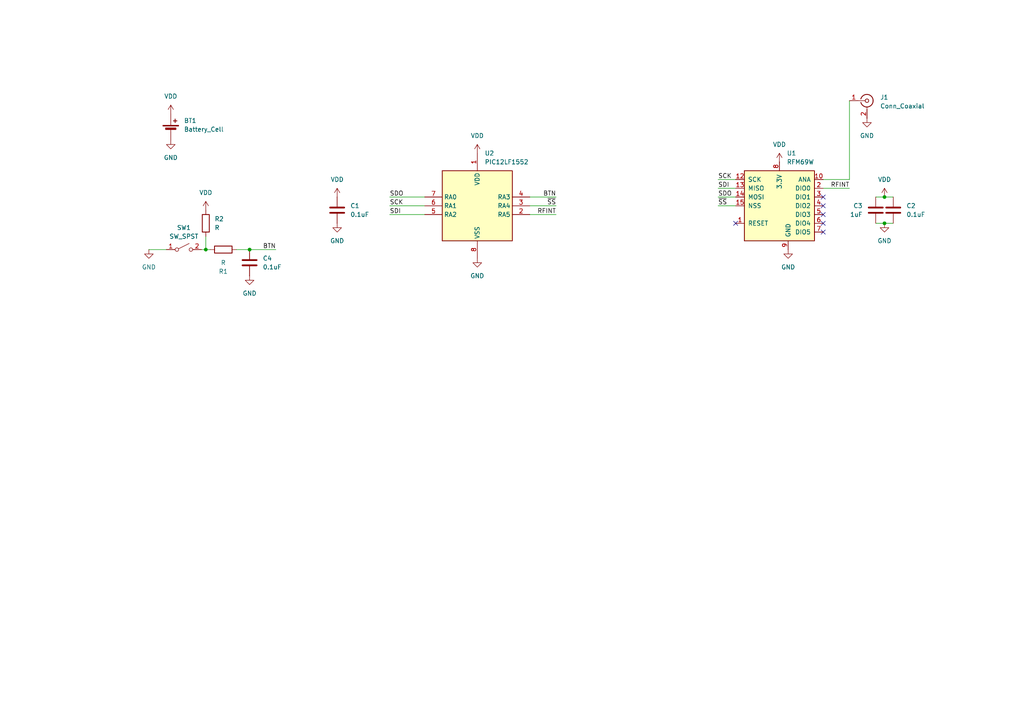
<source format=kicad_sch>
(kicad_sch (version 20250114) (generator "eeschema") (generator_version "9.0")
  (paper "A4")
  (lib_symbols
    (symbol "Connector:Conn_Coaxial" (pin_names (offset 1.016) (hide yes))
      (property "Reference" "J" (at 0.254 3.048 0))
      (property "Value" "Conn_Coaxial" (at 2.921 0 90))
      (symbol "Conn_Coaxial_0_1"
        (polyline (pts (xy -2.54 0) (xy -0.508 0)))
        (arc (start 1.778 0) (mid 0.222 -1.8079) (end -1.778 -0.508) (stroke (width 0.254)))
        (arc (start -1.778 0.508) (mid 0.2221 1.8084) (end 1.778 0) (stroke (width 0.254)))
        (circle (center 0 0) (radius 0.508) (stroke (width 0.2032)))
        (polyline (pts (xy 0 -2.54) (xy 0 -1.778)))
      )
      (symbol "Conn_Coaxial_1_1"
        (pin passive line (at -5.08 0 0) (length 2.54) (name "In") (number "1"))
        (pin passive line (at 0 -5.08 90) (length 2.54) (name "Ext") (number "2"))
      )
    )
    (symbol "Device:Battery_Cell" (pin_numbers (hide yes)) (pin_names (offset 0) (hide yes))
      (property "Reference" "BT" (at 2.54 2.54 0))
      (property "Value" "Battery_Cell" (at 2.54 0 0))
      (symbol "Battery_Cell_0_1"
        (rectangle (start -2.286 1.778) (end 2.286 1.524) (fill (type outline)))
        (rectangle (start -1.524 1.016) (end 1.524 0.508) (fill (type outline)))
        (polyline (pts (xy 0 1.778) (xy 0 2.54)))
        (polyline (pts (xy 0 0.762) (xy 0 0)))
        (polyline (pts (xy 0.762 3.048) (xy 1.778 3.048)) (stroke (width 0.254)))
        (polyline (pts (xy 1.27 3.556) (xy 1.27 2.54)) (stroke (width 0.254)))
      )
      (symbol "Battery_Cell_1_1"
        (pin passive line (at 0 5.08 270) (length 2.54) (name "+") (number "1"))
        (pin passive line (at 0 -2.54 90) (length 2.54) (name "-") (number "2"))
      )
    )
    (symbol "Device:C" (pin_numbers (hide yes)) (pin_names (offset 0.254))
      (property "Reference" "C" (at 0.635 2.54 0))
      (property "Value" "C" (at 0.635 -2.54 0))
      (symbol "C_0_1"
        (polyline (pts (xy -2.032 0.762) (xy 2.032 0.762)) (stroke (width 0.508)))
        (polyline (pts (xy -2.032 -0.762) (xy 2.032 -0.762)) (stroke (width 0.508)))
      )
      (symbol "C_1_1"
        (pin passive line (at 0 3.81 270) (length 2.794) (name "~") (number "1"))
        (pin passive line (at 0 -3.81 90) (length 2.794) (name "~") (number "2"))
      )
    )
    (symbol "Device:R" (pin_numbers (hide yes)) (pin_names (offset 0))
      (property "Reference" "R" (at 2.032 0 90))
      (property "Value" "R" (at 0 0 90))
      (symbol "R_0_1"
        (rectangle (start -1.016 -2.54) (end 1.016 2.54) (stroke (width 0.254)))
      )
      (symbol "R_1_1"
        (pin passive line (at 0 3.81 270) (length 1.27) (name "~") (number "1"))
        (pin passive line (at 0 -3.81 90) (length 1.27) (name "~") (number "2"))
      )
    )
    (symbol "MCU_Microchip_PIC12:PIC12LF1501-xMS"
      (property "Reference" "U" (at 1.27 13.97 0))
      (property "Value" "PIC12LF1501-xMS" (at 1.27 11.43 0))
      (symbol "PIC12LF1501-xMS_0_1"
        (rectangle (start 10.16 -10.16) (end -10.16 10.16) (stroke (width 0.254)) (fill (type background)))
      )
      (symbol "PIC12LF1501-xMS_1_1"
        (pin bidirectional line (at -15.24 2.54 0) (length 5.08) (name "RA0") (number "7"))
        (pin bidirectional line (at -15.24 0 0) (length 5.08) (name "RA1") (number "6"))
        (pin bidirectional line (at -15.24 -2.54 0) (length 5.08) (name "RA2") (number "5"))
        (pin power_in line (at 0 15.24 270) (length 5.08) (name "VDD") (number "1"))
        (pin power_in line (at 0 -15.24 90) (length 5.08) (name "VSS") (number "8"))
        (pin input line (at 15.24 2.54 180) (length 5.08) (name "RA3") (number "4"))
        (pin bidirectional line (at 15.24 0 180) (length 5.08) (name "RA4") (number "3"))
        (pin bidirectional line (at 15.24 -2.54 180) (length 5.08) (name "RA5") (number "2"))
      )
    )
    (symbol "RF_Module:RFM69W" (pin_names (offset 1.016))
      (property "Reference" "U" (at -3.81 11.43 0))
      (property "Value" "RFM69W" (at -7.62 13.97 0))
      (symbol "RFM69W_0_1"
        (rectangle (start -10.16 10.16) (end 10.16 -10.16) (stroke (width 0.254)) (fill (type background)))
      )
      (symbol "RFM69W_1_1"
        (pin input line (at -12.7 7.62 0) (length 2.54) (name "SCK") (number "12"))
        (pin output line (at -12.7 5.08 0) (length 2.54) (name "MISO") (number "13"))
        (pin input line (at -12.7 2.54 0) (length 2.54) (name "MOSI") (number "14"))
        (pin input line (at -12.7 0 0) (length 2.54) (name "NSS") (number "15"))
        (pin input line (at -12.7 -5.08 0) (length 2.54) (name "RESET") (number "1"))
        (pin no_connect line (at -2.54 -10.16 90) (length 2.54) (hide yes) (name "NC") (number "16"))
        (pin power_in line (at 0 12.7 270) (length 2.54) (name "3.3V") (number "8"))
        (pin passive line (at 2.54 -12.7 90) (length 2.54) (hide yes) (name "GND") (number "11"))
        (pin power_in line (at 2.54 -12.7 90) (length 2.54) (name "GND") (number "9"))
        (pin output line (at 12.7 7.62 180) (length 2.54) (name "ANA") (number "10"))
        (pin bidirectional line (at 12.7 5.08 180) (length 2.54) (name "DIO0") (number "2"))
        (pin bidirectional line (at 12.7 2.54 180) (length 2.54) (name "DIO1") (number "3"))
        (pin bidirectional line (at 12.7 0 180) (length 2.54) (name "DIO2") (number "4"))
        (pin bidirectional line (at 12.7 -2.54 180) (length 2.54) (name "DIO3") (number "5"))
        (pin bidirectional line (at 12.7 -5.08 180) (length 2.54) (name "DIO4") (number "6"))
        (pin bidirectional line (at 12.7 -7.62 180) (length 2.54) (name "DIO5") (number "7"))
      )
    )
    (symbol "Switch:SW_SPST" (pin_names (offset 0) (hide yes))
      (property "Reference" "SW" (at 0 3.175 0))
      (property "Value" "SW_SPST" (at 0 -2.54 0))
      (symbol "SW_SPST_0_0"
        (circle (center -2.032 0) (radius 0.508))
        (polyline (pts (xy -1.524 0.254) (xy 1.524 1.778)))
        (circle (center 2.032 0) (radius 0.508))
      )
      (symbol "SW_SPST_1_1"
        (pin passive line (at -5.08 0 0) (length 2.54) (name "A") (number "1"))
        (pin passive line (at 5.08 0 180) (length 2.54) (name "B") (number "2"))
      )
    )
    (symbol "power:GND" (power) (pin_numbers (hide yes)) (pin_names (offset 0) (hide yes))
      (property "Value" "GND" (at 0 -3.81 0))
      (symbol "GND_0_1"
        (polyline (pts (xy 0 0) (xy 0 -1.27) (xy 1.27 -1.27) (xy 0 -2.54) (xy -1.27 -1.27) (xy 0 -1.27)))
      )
      (symbol "GND_1_1"
        (pin power_in line (at 0 0 270) (length 0) (name "~") (number "1"))
      )
    )
    (symbol "power:VDD" (power) (pin_numbers (hide yes)) (pin_names (offset 0) (hide yes))
      (property "Value" "VDD" (at 0 3.556 0))
      (symbol "VDD_0_1"
        (polyline (pts (xy -0.762 1.27) (xy 0 2.54)))
        (polyline (pts (xy 0 2.54) (xy 0.762 1.27)))
        (polyline (pts (xy 0 0) (xy 0 2.54)))
      )
      (symbol "VDD_1_1"
        (pin power_in line (at 0 0 90) (length 0) (name "~") (number "1"))
      )
    )
  )
  (junction (at 59.69 72.39))
  (junction (at 256.54 64.77))
  (junction (at 256.54 57.15))
  (junction (at 72.39 72.39))
  (no_connect (at 238.76 57.15))
  (no_connect (at 238.76 62.23))
  (no_connect (at 213.36 64.77))
  (no_connect (at 238.76 67.31))
  (no_connect (at 238.76 64.77))
  (no_connect (at 238.76 59.69))
  (wire (pts (xy 68.58 72.39) (xy 72.39 72.39)))
  (wire (pts (xy 153.67 59.69) (xy 161.29 59.69)))
  (wire (pts (xy 208.28 59.69) (xy 213.36 59.69)))
  (wire (pts (xy 59.69 72.39) (xy 60.96 72.39)))
  (wire (pts (xy 256.54 57.15) (xy 259.08 57.15)))
  (wire (pts (xy 59.69 72.39) (xy 58.42 72.39)))
  (wire (pts (xy 254 57.15) (xy 256.54 57.15)))
  (wire (pts (xy 238.76 54.61) (xy 246.38 54.61)))
  (wire (pts (xy 208.28 52.07) (xy 213.36 52.07)))
  (wire (pts (xy 256.54 64.77) (xy 259.08 64.77)))
  (wire (pts (xy 113.03 59.69) (xy 123.19 59.69)))
  (wire (pts (xy 208.28 54.61) (xy 213.36 54.61)))
  (wire (pts (xy 72.39 72.39) (xy 80.01 72.39)))
  (wire (pts (xy 208.28 57.15) (xy 213.36 57.15)))
  (wire (pts (xy 153.67 57.15) (xy 161.29 57.15)))
  (wire (pts (xy 254 64.77) (xy 256.54 64.77)))
  (wire (pts (xy 113.03 62.23) (xy 123.19 62.23)))
  (wire (pts (xy 246.38 29.21) (xy 246.38 52.07)))
  (wire (pts (xy 59.69 68.58) (xy 59.69 72.39)))
  (wire (pts (xy 153.67 62.23) (xy 161.29 62.23)))
  (wire (pts (xy 43.18 72.39) (xy 48.26 72.39)))
  (wire (pts (xy 113.03 57.15) (xy 123.19 57.15)))
  (wire (pts (xy 246.38 52.07) (xy 238.76 52.07)))
  (label "BTN" (at 161.29 57.15 180))
  (label "RFINT" (at 246.38 54.61 180))
  (label "SCK" (at 208.28 52.07 0))
  (label "BTN" (at 80.01 72.39 180))
  (label "SDO" (at 208.28 57.15 0))
  (label "~{SS}" (at 208.28 59.69 0))
  (label "SCK" (at 113.03 59.69 0))
  (label "SDI" (at 113.03 62.23 0))
  (label "SDI" (at 208.28 54.61 0))
  (label "RFINT" (at 161.29 62.23 180))
  (label "~{SS}" (at 161.29 59.69 180))
  (label "SDO" (at 113.03 57.15 0))
  (symbol (lib_id "Device:C") (at 254 60.96 0) (mirror y) (unit 1)
    (property "Reference" "C3" (at 250.19 59.6899 0) (effects (justify left)))
    (property "Value" "1uF" (at 250.19 62.2299 0) (effects (justify left)))
    (property "Footprint" "Capacitor_SMD:C_0603_1608Metric_Pad1.08x0.95mm_HandSolder" (effects (hide yes)))
    (property "Description" "Unpolarized capacitor" (effects (hide yes)))
  )
  (symbol (lib_id "Switch:SW_SPST") (at 53.34 72.39 0) (unit 1)
    (property "Reference" "SW1" (at 53.34 66.04 0))
    (property "Value" "SW_SPST" (at 53.34 68.58 0))
    (property "Footprint" "Button_Switch_SMD:SW_SPST_Panasonic_EVQPL_3PL_5PL_PT_A15" (effects (hide yes)))
    (property "Description" "Single Pole Single Throw (SPST) switch" (effects (hide yes)))
  )
  (symbol (lib_id "Device:C") (at 259.08 60.96 0) (unit 1)
    (property "Reference" "C2" (at 262.89 59.6899 0) (effects (justify left)))
    (property "Value" "0.1uF" (at 262.89 62.2299 0) (effects (justify left)))
    (property "Footprint" "Capacitor_SMD:C_0402_1005Metric_Pad0.74x0.62mm_HandSolder" (effects (hide yes)))
    (property "Description" "Unpolarized capacitor" (effects (hide yes)))
  )
  (symbol (lib_id "RF_Module:RFM69W") (at 226.06 59.69 0) (unit 1)
    (property "Reference" "U1" (at 228.2033 44.45 0) (effects (justify left)))
    (property "Value" "RFM69W" (at 228.2033 46.99 0) (effects (justify left)))
    (property "Footprint" "RF_Module:HOPERF_RFM69HW" (effects (hide yes)))
    (property "Datasheet" "https://www.hoperf.com/data/upload/portal/20181127/5bfcbe34756e1.pdf" (effects (hide yes)))
    (property "Description" "ISM Radio Transceiver Module, SPI interface" (effects (hide yes)))
  )
  (symbol (lib_id "Device:Battery_Cell") (at 49.53 38.1 0) (unit 1)
    (property "Reference" "BT1" (at 53.34 34.9884 0) (effects (justify left)))
    (property "Value" "Battery_Cell" (at 53.34 37.5284 0) (effects (justify left)))
    (property "Footprint" "Battery:BatteryHolder_Keystone_1060_1x2032" (effects (hide yes)))
    (property "Description" "Single-cell battery" (effects (hide yes)))
  )
  (symbol (lib_id "power:GND") (at 138.43 74.93 0) (unit 1)
    (property "Reference" "#PWR06" (effects (hide yes)))
    (property "Value" "GND" (at 138.43 80.01 0))
    (property "Description" "Power symbol creates a global label with name \"GND\" , ground" (effects (hide yes)))
  )
  (symbol (lib_id "power:GND") (at 72.39 80.01 0) (unit 1)
    (property "Reference" "#PWR014" (effects (hide yes)))
    (property "Value" "GND" (at 72.39 85.09 0))
    (property "Description" "Power symbol creates a global label with name \"GND\" , ground" (effects (hide yes)))
  )
  (symbol (lib_id "power:VDD") (at 138.43 44.45 0) (unit 1)
    (property "Reference" "#PWR03" (effects (hide yes)))
    (property "Value" "VDD" (at 138.43 39.37 0))
    (property "Description" "Power symbol creates a global label with name \"VDD\"" (effects (hide yes)))
  )
  (symbol (lib_id "power:GND") (at 43.18 72.39 0) (unit 1)
    (property "Reference" "#PWR012" (effects (hide yes)))
    (property "Value" "GND" (at 43.18 77.47 0))
    (property "Description" "Power symbol creates a global label with name \"GND\" , ground" (effects (hide yes)))
  )
  (symbol (lib_id "power:GND") (at 49.53 40.64 0) (unit 1)
    (property "Reference" "#PWR07" (effects (hide yes)))
    (property "Value" "GND" (at 49.53 45.72 0))
    (property "Description" "Power symbol creates a global label with name \"GND\" , ground" (effects (hide yes)))
  )
  (symbol (lib_id "power:GND") (at 97.79 64.77 0) (unit 1)
    (property "Reference" "#PWR05" (effects (hide yes)))
    (property "Value" "GND" (at 97.79 69.85 0))
    (property "Description" "Power symbol creates a global label with name \"GND\" , ground" (effects (hide yes)))
  )
  (symbol (lib_id "Device:C") (at 72.39 76.2 0) (unit 1)
    (property "Reference" "C4" (at 76.2 74.9299 0) (effects (justify left)))
    (property "Value" "0.1uF" (at 76.2 77.4699 0) (effects (justify left)))
    (property "Footprint" "Capacitor_SMD:C_0402_1005Metric_Pad0.74x0.62mm_HandSolder" (effects (hide yes)))
    (property "Description" "Unpolarized capacitor" (effects (hide yes)))
  )
  (symbol (lib_id "power:VDD") (at 49.53 33.02 0) (unit 1)
    (property "Reference" "#PWR01" (effects (hide yes)))
    (property "Value" "VDD" (at 49.53 27.94 0))
    (property "Description" "Power symbol creates a global label with name \"VDD\"" (effects (hide yes)))
  )
  (symbol (lib_id "Connector:Conn_Coaxial") (at 251.46 29.21 0) (unit 1)
    (property "Reference" "J1" (at 255.27 28.2331 0) (effects (justify left)))
    (property "Value" "Conn_Coaxial" (at 255.27 30.7731 0) (effects (justify left)))
    (property "Footprint" "Connector_Coaxial:U.FL_Hirose_U.FL-R-SMT-1_Vertical" (effects (hide yes)))
    (property "Description" "coaxial connector (BNC, SMA, SMB, SMC, Cinch/RCA, LEMO, ...)" (effects (hide yes)))
  )
  (symbol (lib_id "power:GND") (at 251.46 34.29 0) (unit 1)
    (property "Reference" "#PWR015" (effects (hide yes)))
    (property "Value" "GND" (at 251.46 39.37 0))
    (property "Description" "Power symbol creates a global label with name \"GND\" , ground" (effects (hide yes)))
  )
  (symbol (lib_id "power:VDD") (at 226.06 46.99 0) (unit 1)
    (property "Reference" "#PWR04" (effects (hide yes)))
    (property "Value" "VDD" (at 226.06 41.91 0))
    (property "Description" "Power symbol creates a global label with name \"VDD\"" (effects (hide yes)))
  )
  (symbol (lib_id "Device:C") (at 97.79 60.96 0) (unit 1)
    (property "Reference" "C1" (at 101.6 59.6899 0) (effects (justify left)))
    (property "Value" "0.1uF" (at 101.6 62.2299 0) (effects (justify left)))
    (property "Footprint" "Capacitor_SMD:C_0402_1005Metric_Pad0.74x0.62mm_HandSolder" (effects (hide yes)))
    (property "Description" "Unpolarized capacitor" (effects (hide yes)))
  )
  (symbol (lib_id "Device:R") (at 59.69 64.77 180) (unit 1)
    (property "Reference" "R2" (at 62.23 63.4999 0) (effects (justify right)))
    (property "Value" "R" (at 62.23 66.0399 0) (effects (justify right)))
    (property "Footprint" "Resistor_SMD:R_0402_1005Metric_Pad0.72x0.64mm_HandSolder" (effects (hide yes)))
    (property "Description" "Resistor" (effects (hide yes)))
  )
  (symbol (lib_id "MCU_Microchip_PIC12:PIC12LF1501-xMS") (at 138.43 59.69 0) (unit 1)
    (property "Reference" "U2" (at 140.5733 44.45 0) (effects (justify left)))
    (property "Value" "PIC12LF1552" (at 140.5733 46.99 0) (effects (justify left)))
    (property "Footprint" "Package_SO:MSOP-8_3x3mm_P0.65mm" (effects (hide yes)))
    (property "Datasheet" "https://ww1.microchip.com/downloads/aemDocuments/documents/OTH/ProductDocuments/DataSheets/40001674F.pdf" (effects (hide yes)))
    (property "Description" "PIC12LF1501, 1024W FLASH, 64B SRAM, MSOP-8" (effects (hide yes)))
  )
  (symbol (lib_id "power:GND") (at 256.54 64.77 0) (unit 1)
    (property "Reference" "#PWR010" (effects (hide yes)))
    (property "Value" "GND" (at 256.54 69.85 0))
    (property "Description" "Power symbol creates a global label with name \"GND\" , ground" (effects (hide yes)))
  )
  (symbol (lib_id "power:VDD") (at 97.79 57.15 0) (unit 1)
    (property "Reference" "#PWR02" (effects (hide yes)))
    (property "Value" "VDD" (at 97.79 52.07 0))
    (property "Description" "Power symbol creates a global label with name \"VDD\"" (effects (hide yes)))
  )
  (symbol (lib_id "power:VDD") (at 59.69 60.96 0) (unit 1)
    (property "Reference" "#PWR013" (effects (hide yes)))
    (property "Value" "VDD" (at 59.69 55.88 0))
    (property "Description" "Power symbol creates a global label with name \"VDD\"" (effects (hide yes)))
  )
  (symbol (lib_id "Device:R") (at 64.77 72.39 90) (mirror x) (unit 1)
    (property "Reference" "R1" (at 64.77 78.74 90))
    (property "Value" "R" (at 64.77 76.2 90))
    (property "Footprint" "Resistor_SMD:R_0402_1005Metric_Pad0.72x0.64mm_HandSolder" (effects (hide yes)))
    (property "Description" "Resistor" (effects (hide yes)))
  )
  (symbol (lib_id "power:VDD") (at 256.54 57.15 0) (unit 1)
    (property "Reference" "#PWR09" (effects (hide yes)))
    (property "Value" "VDD" (at 256.54 52.07 0))
    (property "Description" "Power symbol creates a global label with name \"VDD\"" (effects (hide yes)))
  )
  (symbol (lib_id "power:GND") (at 228.6 72.39 0) (unit 1)
    (property "Reference" "#PWR08" (effects (hide yes)))
    (property "Value" "GND" (at 228.6 77.47 0))
    (property "Description" "Power symbol creates a global label with name \"GND\" , ground" (effects (hide yes)))
  )
)
</source>
